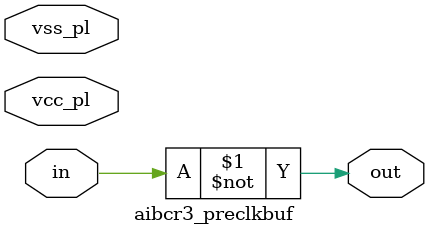
<source format=v>
module aibcr3_preclkbuf(	// file.cleaned.mlir:2:3
  inout  vcc_pl,	// file.cleaned.mlir:2:37
         vss_pl,	// file.cleaned.mlir:2:57
  input  in,	// file.cleaned.mlir:2:74
  output out	// file.cleaned.mlir:2:88
);

  assign out = ~in;	// file.cleaned.mlir:4:10, :5:5
endmodule


</source>
